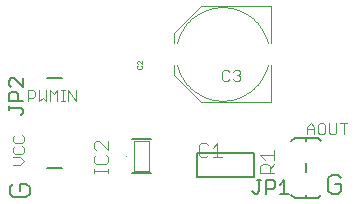
<source format=gto>
G75*
%MOIN*%
%OFA0B0*%
%FSLAX25Y25*%
%IPPOS*%
%LPD*%
%AMOC8*
5,1,8,0,0,1.08239X$1,22.5*
%
%ADD10C,0.00300*%
%ADD11C,0.00600*%
%ADD12C,0.00400*%
%ADD13C,0.00039*%
%ADD14C,0.00500*%
%ADD15C,0.00295*%
%ADD16C,0.00800*%
%ADD17C,0.00100*%
D10*
X0009147Y0017353D02*
X0011616Y0017353D01*
X0012850Y0018587D01*
X0011616Y0019821D01*
X0009147Y0019821D01*
X0009764Y0021036D02*
X0012233Y0021036D01*
X0012850Y0021653D01*
X0012850Y0022887D01*
X0012233Y0023504D01*
X0012233Y0024719D02*
X0012850Y0025336D01*
X0012850Y0026570D01*
X0012233Y0027188D01*
X0009764Y0027188D02*
X0009147Y0026570D01*
X0009147Y0025336D01*
X0009764Y0024719D01*
X0012233Y0024719D01*
X0009764Y0023504D02*
X0009147Y0022887D01*
X0009147Y0021653D01*
X0009764Y0021036D01*
X0014150Y0038402D02*
X0014150Y0042105D01*
X0016002Y0042105D01*
X0016619Y0041488D01*
X0016619Y0040254D01*
X0016002Y0039636D01*
X0014150Y0039636D01*
X0017833Y0038402D02*
X0019068Y0039636D01*
X0020302Y0038402D01*
X0020302Y0042105D01*
X0021516Y0042105D02*
X0022751Y0040871D01*
X0023985Y0042105D01*
X0023985Y0038402D01*
X0025199Y0038402D02*
X0026434Y0038402D01*
X0025817Y0038402D02*
X0025817Y0042105D01*
X0026434Y0042105D02*
X0025199Y0042105D01*
X0027655Y0042105D02*
X0030124Y0038402D01*
X0030124Y0042105D01*
X0027655Y0042105D02*
X0027655Y0038402D01*
X0021516Y0038402D02*
X0021516Y0042105D01*
X0017833Y0042105D02*
X0017833Y0038402D01*
X0078870Y0045901D02*
X0079488Y0045284D01*
X0080722Y0045284D01*
X0081339Y0045901D01*
X0082553Y0045901D02*
X0083171Y0045284D01*
X0084405Y0045284D01*
X0085022Y0045901D01*
X0085022Y0046518D01*
X0084405Y0047135D01*
X0083788Y0047135D01*
X0084405Y0047135D02*
X0085022Y0047753D01*
X0085022Y0048370D01*
X0084405Y0048987D01*
X0083171Y0048987D01*
X0082553Y0048370D01*
X0081339Y0048370D02*
X0080722Y0048987D01*
X0079488Y0048987D01*
X0078870Y0048370D01*
X0078870Y0045901D01*
X0107150Y0029871D02*
X0108384Y0031105D01*
X0109619Y0029871D01*
X0109619Y0027402D01*
X0110833Y0028019D02*
X0111450Y0027402D01*
X0112685Y0027402D01*
X0113302Y0028019D01*
X0113302Y0030488D01*
X0112685Y0031105D01*
X0111450Y0031105D01*
X0110833Y0030488D01*
X0110833Y0028019D01*
X0109619Y0029254D02*
X0107150Y0029254D01*
X0107150Y0029871D02*
X0107150Y0027402D01*
X0114516Y0028019D02*
X0115133Y0027402D01*
X0116368Y0027402D01*
X0116985Y0028019D01*
X0116985Y0031105D01*
X0118199Y0031105D02*
X0120668Y0031105D01*
X0119434Y0031105D02*
X0119434Y0027402D01*
X0114516Y0028019D02*
X0114516Y0031105D01*
D11*
X0009362Y0006552D02*
X0008295Y0007620D01*
X0008295Y0009755D01*
X0009362Y0010822D01*
X0011497Y0010822D02*
X0011497Y0008687D01*
X0011497Y0010822D02*
X0013632Y0010822D01*
X0014700Y0009755D01*
X0014700Y0007620D01*
X0013632Y0006552D01*
X0009362Y0006552D01*
X0114300Y0008620D02*
X0115368Y0007552D01*
X0117503Y0007552D01*
X0118570Y0008620D01*
X0118570Y0010755D01*
X0116435Y0010755D01*
X0114300Y0012890D02*
X0114300Y0008620D01*
X0114300Y0012890D02*
X0115368Y0013957D01*
X0117503Y0013957D01*
X0118570Y0012890D01*
D12*
X0096300Y0014452D02*
X0091696Y0014452D01*
X0091696Y0016754D01*
X0092463Y0017521D01*
X0093998Y0017521D01*
X0094765Y0016754D01*
X0094765Y0014452D01*
X0094765Y0015987D02*
X0096300Y0017521D01*
X0096300Y0019056D02*
X0096300Y0022125D01*
X0096300Y0020591D02*
X0091696Y0020591D01*
X0093231Y0019056D01*
X0078873Y0019952D02*
X0075804Y0019952D01*
X0077339Y0019952D02*
X0077339Y0024556D01*
X0075804Y0023021D01*
X0074269Y0023789D02*
X0073502Y0024556D01*
X0071967Y0024556D01*
X0071200Y0023789D01*
X0071200Y0020719D01*
X0071967Y0019952D01*
X0073502Y0019952D01*
X0074269Y0020719D01*
X0071913Y0038110D02*
X0062858Y0047165D01*
X0062858Y0050709D01*
X0062858Y0057795D02*
X0062858Y0061339D01*
X0071913Y0070394D01*
X0095142Y0070394D01*
X0095142Y0057795D01*
X0095142Y0050709D02*
X0095142Y0038110D01*
X0071913Y0038110D01*
X0063843Y0050709D02*
X0063934Y0050340D01*
X0064033Y0049974D01*
X0064142Y0049610D01*
X0064260Y0049249D01*
X0064386Y0048892D01*
X0064521Y0048537D01*
X0064665Y0048186D01*
X0064817Y0047838D01*
X0064978Y0047494D01*
X0065147Y0047154D01*
X0065324Y0046818D01*
X0065509Y0046487D01*
X0065702Y0046160D01*
X0065904Y0045839D01*
X0066113Y0045522D01*
X0066329Y0045210D01*
X0066554Y0044904D01*
X0066785Y0044603D01*
X0067024Y0044308D01*
X0067270Y0044019D01*
X0067523Y0043736D01*
X0067783Y0043460D01*
X0068049Y0043189D01*
X0068322Y0042926D01*
X0068602Y0042669D01*
X0068887Y0042419D01*
X0069179Y0042175D01*
X0069476Y0041940D01*
X0069779Y0041711D01*
X0070088Y0041490D01*
X0070401Y0041276D01*
X0070720Y0041071D01*
X0071044Y0040873D01*
X0071373Y0040683D01*
X0071706Y0040501D01*
X0072043Y0040327D01*
X0072385Y0040162D01*
X0072731Y0040004D01*
X0073080Y0039856D01*
X0073433Y0039716D01*
X0073789Y0039584D01*
X0074148Y0039462D01*
X0074510Y0039348D01*
X0074875Y0039243D01*
X0075242Y0039146D01*
X0075611Y0039059D01*
X0075983Y0038981D01*
X0076356Y0038912D01*
X0076731Y0038852D01*
X0077107Y0038802D01*
X0077484Y0038760D01*
X0077862Y0038728D01*
X0078241Y0038705D01*
X0078620Y0038691D01*
X0079000Y0038686D01*
X0079380Y0038691D01*
X0079759Y0038705D01*
X0080138Y0038728D01*
X0080516Y0038760D01*
X0080893Y0038802D01*
X0081269Y0038852D01*
X0081644Y0038912D01*
X0082017Y0038981D01*
X0082389Y0039059D01*
X0082758Y0039146D01*
X0083125Y0039243D01*
X0083490Y0039348D01*
X0083852Y0039462D01*
X0084211Y0039584D01*
X0084567Y0039716D01*
X0084920Y0039856D01*
X0085269Y0040004D01*
X0085615Y0040162D01*
X0085957Y0040327D01*
X0086294Y0040501D01*
X0086627Y0040683D01*
X0086956Y0040873D01*
X0087280Y0041071D01*
X0087599Y0041276D01*
X0087912Y0041490D01*
X0088221Y0041711D01*
X0088524Y0041940D01*
X0088821Y0042175D01*
X0089113Y0042419D01*
X0089398Y0042669D01*
X0089678Y0042926D01*
X0089951Y0043189D01*
X0090217Y0043460D01*
X0090477Y0043736D01*
X0090730Y0044019D01*
X0090976Y0044308D01*
X0091215Y0044603D01*
X0091446Y0044904D01*
X0091671Y0045210D01*
X0091887Y0045522D01*
X0092096Y0045839D01*
X0092298Y0046160D01*
X0092491Y0046487D01*
X0092676Y0046818D01*
X0092853Y0047154D01*
X0093022Y0047494D01*
X0093183Y0047838D01*
X0093335Y0048186D01*
X0093479Y0048537D01*
X0093614Y0048892D01*
X0093740Y0049249D01*
X0093858Y0049610D01*
X0093967Y0049974D01*
X0094066Y0050340D01*
X0094157Y0050709D01*
X0094157Y0057795D02*
X0094066Y0058164D01*
X0093967Y0058530D01*
X0093858Y0058894D01*
X0093740Y0059255D01*
X0093614Y0059612D01*
X0093479Y0059967D01*
X0093335Y0060318D01*
X0093183Y0060666D01*
X0093022Y0061010D01*
X0092853Y0061350D01*
X0092676Y0061686D01*
X0092491Y0062017D01*
X0092298Y0062344D01*
X0092096Y0062665D01*
X0091887Y0062982D01*
X0091671Y0063294D01*
X0091446Y0063600D01*
X0091215Y0063901D01*
X0090976Y0064196D01*
X0090730Y0064485D01*
X0090477Y0064768D01*
X0090217Y0065044D01*
X0089951Y0065315D01*
X0089678Y0065578D01*
X0089398Y0065835D01*
X0089113Y0066085D01*
X0088821Y0066329D01*
X0088524Y0066564D01*
X0088221Y0066793D01*
X0087912Y0067014D01*
X0087599Y0067228D01*
X0087280Y0067433D01*
X0086956Y0067631D01*
X0086627Y0067821D01*
X0086294Y0068003D01*
X0085957Y0068177D01*
X0085615Y0068342D01*
X0085269Y0068500D01*
X0084920Y0068648D01*
X0084567Y0068788D01*
X0084211Y0068920D01*
X0083852Y0069042D01*
X0083490Y0069156D01*
X0083125Y0069261D01*
X0082758Y0069358D01*
X0082389Y0069445D01*
X0082017Y0069523D01*
X0081644Y0069592D01*
X0081269Y0069652D01*
X0080893Y0069702D01*
X0080516Y0069744D01*
X0080138Y0069776D01*
X0079759Y0069799D01*
X0079380Y0069813D01*
X0079000Y0069818D01*
X0078620Y0069813D01*
X0078241Y0069799D01*
X0077862Y0069776D01*
X0077484Y0069744D01*
X0077107Y0069702D01*
X0076731Y0069652D01*
X0076356Y0069592D01*
X0075983Y0069523D01*
X0075611Y0069445D01*
X0075242Y0069358D01*
X0074875Y0069261D01*
X0074510Y0069156D01*
X0074148Y0069042D01*
X0073789Y0068920D01*
X0073433Y0068788D01*
X0073080Y0068648D01*
X0072731Y0068500D01*
X0072385Y0068342D01*
X0072043Y0068177D01*
X0071706Y0068003D01*
X0071373Y0067821D01*
X0071044Y0067631D01*
X0070720Y0067433D01*
X0070401Y0067228D01*
X0070088Y0067014D01*
X0069779Y0066793D01*
X0069476Y0066564D01*
X0069179Y0066329D01*
X0068887Y0066085D01*
X0068602Y0065835D01*
X0068322Y0065578D01*
X0068049Y0065315D01*
X0067783Y0065044D01*
X0067523Y0064768D01*
X0067270Y0064485D01*
X0067024Y0064196D01*
X0066785Y0063901D01*
X0066554Y0063600D01*
X0066329Y0063294D01*
X0066113Y0062982D01*
X0065904Y0062665D01*
X0065702Y0062344D01*
X0065509Y0062017D01*
X0065324Y0061686D01*
X0065147Y0061350D01*
X0064978Y0061010D01*
X0064817Y0060666D01*
X0064665Y0060318D01*
X0064521Y0059967D01*
X0064386Y0059612D01*
X0064260Y0059255D01*
X0064142Y0058894D01*
X0064033Y0058530D01*
X0063934Y0058164D01*
X0063843Y0057795D01*
X0040800Y0025194D02*
X0040800Y0022125D01*
X0037731Y0025194D01*
X0036963Y0025194D01*
X0036196Y0024427D01*
X0036196Y0022892D01*
X0036963Y0022125D01*
X0036963Y0020591D02*
X0036196Y0019823D01*
X0036196Y0018289D01*
X0036963Y0017521D01*
X0040033Y0017521D01*
X0040800Y0018289D01*
X0040800Y0019823D01*
X0040033Y0020591D01*
X0040800Y0015987D02*
X0040800Y0014452D01*
X0040800Y0015219D02*
X0036196Y0015219D01*
X0036196Y0014452D02*
X0036196Y0015987D01*
D13*
X0046882Y0020252D02*
X0046921Y0020252D01*
D14*
X0048850Y0014661D02*
X0055150Y0014661D01*
X0070551Y0013315D02*
X0070551Y0021189D01*
X0089449Y0021189D01*
X0089449Y0013315D01*
X0070551Y0013315D01*
X0088950Y0008453D02*
X0089701Y0007702D01*
X0090451Y0007702D01*
X0091202Y0008453D01*
X0091202Y0012206D01*
X0090451Y0012206D02*
X0091953Y0012206D01*
X0093554Y0012206D02*
X0095806Y0012206D01*
X0096556Y0011455D01*
X0096556Y0009954D01*
X0095806Y0009203D01*
X0093554Y0009203D01*
X0093554Y0007702D02*
X0093554Y0012206D01*
X0098158Y0010705D02*
X0099659Y0012206D01*
X0099659Y0007702D01*
X0098158Y0007702D02*
X0101160Y0007702D01*
X0055150Y0025843D02*
X0048850Y0025843D01*
X0012450Y0034678D02*
X0011699Y0033927D01*
X0012450Y0034678D02*
X0012450Y0035428D01*
X0011699Y0036179D01*
X0007946Y0036179D01*
X0007946Y0035428D02*
X0007946Y0036930D01*
X0007946Y0038531D02*
X0007946Y0040783D01*
X0008697Y0041534D01*
X0010198Y0041534D01*
X0010949Y0040783D01*
X0010949Y0038531D01*
X0012450Y0038531D02*
X0007946Y0038531D01*
X0008697Y0043135D02*
X0007946Y0043886D01*
X0007946Y0045387D01*
X0008697Y0046138D01*
X0009447Y0046138D01*
X0012450Y0043135D01*
X0012450Y0046138D01*
D15*
X0049402Y0025252D02*
X0054559Y0025252D01*
X0054559Y0015213D01*
X0049402Y0015213D01*
X0049402Y0025252D01*
D16*
X0025500Y0016189D02*
X0020500Y0016189D01*
X0020500Y0046189D02*
X0025500Y0046189D01*
X0102000Y0025152D02*
X0103100Y0026252D01*
X0107000Y0026252D01*
X0110900Y0026252D01*
X0112000Y0025152D01*
X0107000Y0025252D02*
X0107000Y0026252D01*
X0107000Y0017752D02*
X0107000Y0014752D01*
X0107000Y0007252D02*
X0107000Y0006252D01*
X0110900Y0006252D01*
X0112000Y0007352D01*
X0107000Y0006252D02*
X0103100Y0006252D01*
X0102000Y0007352D01*
D17*
X0052050Y0049606D02*
X0052050Y0050106D01*
X0051800Y0050356D01*
X0052050Y0050829D02*
X0051049Y0051830D01*
X0050799Y0051830D01*
X0050549Y0051579D01*
X0050549Y0051079D01*
X0050799Y0050829D01*
X0050799Y0050356D02*
X0050549Y0050106D01*
X0050549Y0049606D01*
X0050799Y0049355D01*
X0051800Y0049355D01*
X0052050Y0049606D01*
X0052050Y0050829D02*
X0052050Y0051830D01*
M02*

</source>
